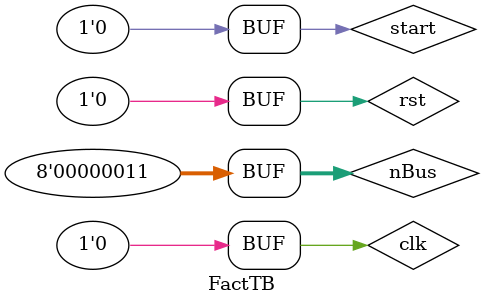
<source format=v>
`timescale 1ps/1ps
module FactTB();
	wire done ;
	reg start = 0;
	reg rst = 0;
	reg clk = 0;
	reg [7:0]nBus = 8'd3;
	wire [31:0]nfBus;
	Fact unit(done, start, rst, clk, nBus, nfBus);
	initial repeat(3000) #(30) clk = ~clk; 
	initial begin
		#5 rst = 1;
		#120 rst = 0;
		#100 start = 1;
		#100 start = 0;
	end
		
endmodule
</source>
